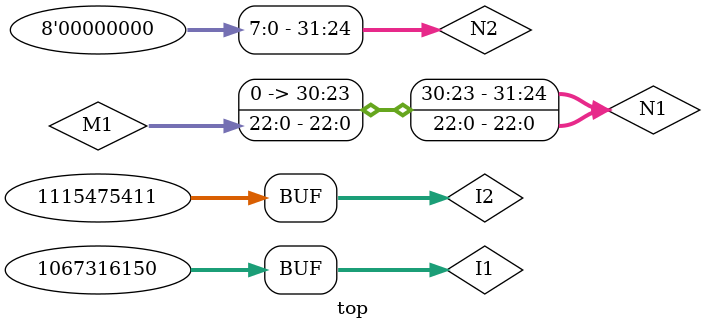
<source format=v>
`include "WallaceTreeMul.v"


module Split(input [31:0]A, output sign, output [7:0]exp, output [22:0]man); // partitioning the 32 bits 
    assign sign = A[31];
    assign exp = A [30:23];
    assign man = A[22:0];
endmodule
module top;
    reg [31:0] I1,I2;   //imputs
    wire S1,S2,S3;          //Signs
    wire [7:0] E1,E2;       //Exponents
    wire [22:0] M1,M2;      //Mantissa

    reg [22:0]M3;       //Final Mantissa
    reg [7:0]E3;        //Final Exponent

    //SPLIT phase
    Split SP1(I1,S1,E1,M1);
    Split SP2(I2,S2,E2,M2);

    //MULTIPLICATION
    wire [31:0] N1,N2;   //TEMPORARY VAR
	wire [63:0] N3;
    wire [8:0] temp_E3;

    assign N1 = {{8'b0},|E1,M1};   //Reduction xor for handle zeroes
    assign N2 = {{8'b0},|E2,M2};   //and denormal numbers
   

    assign temp_E3=E1+E2-127;
    assign S3=S1^S2;
    
    WallaceTreeMul w(N2,N1,N3);

    //NORMALISING
	always@(*)	
	begin
		if(N3[47]==1)
		begin
            M3=N3[46:24];
            E3=temp_E3+1;
        end
        else
        begin
            M3=N3[45:23]; //rounding off phase
            E3=temp_E3;
        end
        if(temp_E3>=255) 
            E3=8'b11111111;
	end

    reg [31:0] Final_exp;

    //Checking various cases
    always@(*)
    begin
        if(&E1 == 1'b1 && |M1 == 1'b0)          //INFINITY
            Final_exp={1'b0,8'b11111111,23'b0};
        else if(&E2 == 1'b1 && |M2 == 1'b0)     //INFINITY
            Final_exp={1'b0,8'b11111111,23'b0};

        else if(|E1 == 1'b0 && |M1 == 1'b0)     //ZERO
            Final_exp={32'b0};
        else if(|E2 == 1'b0 && |M2 == 1'b0)     //ZERO
            Final_exp={32'b0};
       
        else                                    //NORMAL CASE
            Final_exp={S3,E3,M3};
    end

	//TESTBENCHING
    initial
    begin
        #0  I1={9'b010000000,{23{1'b0}}}; I2={9'b010000001,{23{1'b0}}};                          //2*4
        #10 I1=32'b01000010111110100100000000000000; I2=32'b01000001010000010000000000000000;   //125.125*12.0625
        #10 I1=32'b01000000110010000000000000000000; I2=32'b01000000101111100110011001100110;   // 6.25*5.95
        #10 I1=32'b01111111100000000000000000000000; I2=32'b01110011100000000000000000000000;   //INFINTIY
        #20 I1={1'b0,{8'b10000010},23'b00111000000000000000000}; I2={1'b0,{8'b01111110},23'b00100000000000000000000};

           // 9.75 * 0.5625 = 5.484375    0 | 10000001 | 01011111000000000000000
         //1.234 * 63.201 = (supposed) 0 | 10000101 | 00110111111101011100110 but gets 01000010100110111111101011100101 because of floating point precision error
        #20 I1=32'b00111111100111011111001110110110;I2=32'b01000010011111001100110111010011;
        
    end
    initial
    begin
        $monitor($time, " I1: %b   I2: %b   OUTPUT: %b\n",I1,I2,Final_exp);
    end

endmodule
</source>
